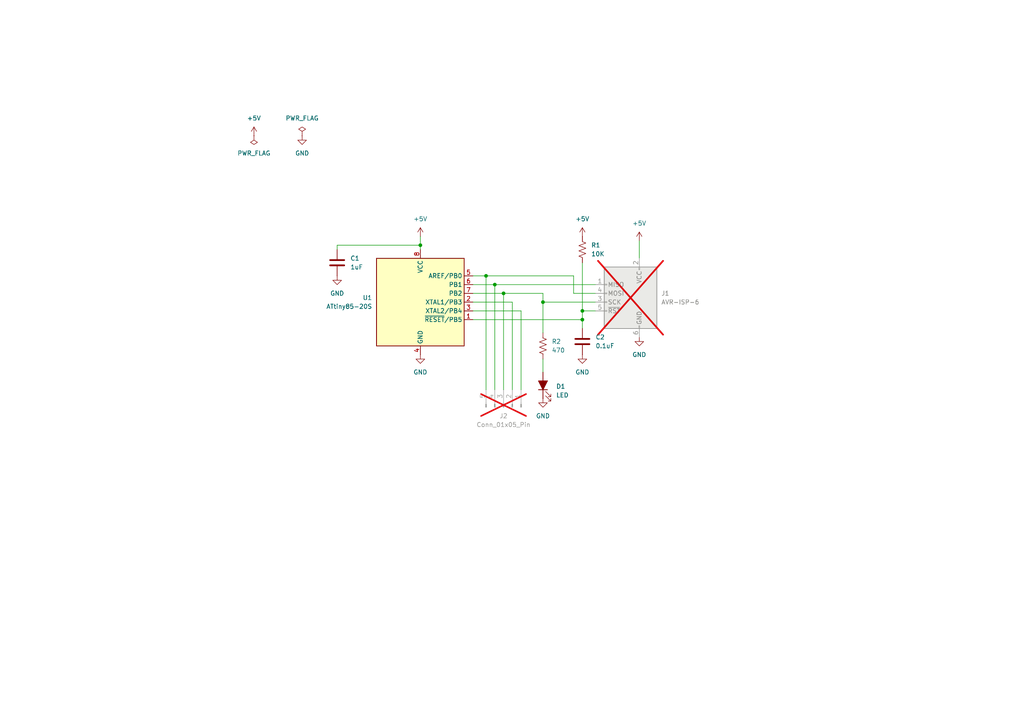
<source format=kicad_sch>
(kicad_sch (version 20231120) (generator "eeschema") (generator_version "8.0")
  (paper "A4")
  (lib_symbols
    (symbol "Connector:AVR-ISP-6" (pin_names (offset 1.016))
      (property "Reference" "J" (at -6.35 11.43 0))
      (property "Value" "AVR-ISP-6" (at 0 11.43 0))
      (symbol "AVR-ISP-6_0_1"
        (rectangle (start -2.667 -6.858) (end -2.413 -7.62))
        (rectangle (start -2.667 10.16) (end -2.413 9.398))
        (rectangle (start 7.62 -2.413) (end 6.858 -2.667))
        (rectangle (start 7.62 0.127) (end 6.858 -0.127))
        (rectangle (start 7.62 2.667) (end 6.858 2.413))
        (rectangle (start 7.62 5.207) (end 6.858 4.953))
        (rectangle (start 7.62 10.16) (end -7.62 -7.62) (stroke (width 0.254)) (fill (type background)))
      )
      (symbol "AVR-ISP-6_1_1"
        (pin passive line (at 10.16 5.08 180) (length 2.54) (name "MISO") (number "1"))
        (pin passive line (at -2.54 12.7 270) (length 2.54) (name "VCC") (number "2"))
        (pin passive line (at 10.16 0 180) (length 2.54) (name "SCK") (number "3"))
        (pin passive line (at 10.16 2.54 180) (length 2.54) (name "MOSI") (number "4"))
        (pin passive line (at 10.16 -2.54 180) (length 2.54) (name "~{RST}") (number "5"))
        (pin passive line (at -2.54 -10.16 90) (length 2.54) (name "GND") (number "6"))
      )
    )
    (symbol "Connector:Conn_01x05_Pin" (pin_names (offset 1.016) hide)
      (property "Reference" "J" (at 0 7.62 0))
      (property "Value" "Conn_01x05_Pin" (at 0 -7.62 0))
      (symbol "Conn_01x05_Pin_1_1"
        (polyline (pts (xy 1.27 -5.08) (xy 0.8636 -5.08)) (stroke (width 0.1524)))
        (polyline (pts (xy 1.27 -2.54) (xy 0.8636 -2.54)) (stroke (width 0.1524)))
        (polyline (pts (xy 1.27 0) (xy 0.8636 0)) (stroke (width 0.1524)))
        (polyline (pts (xy 1.27 2.54) (xy 0.8636 2.54)) (stroke (width 0.1524)))
        (polyline (pts (xy 1.27 5.08) (xy 0.8636 5.08)) (stroke (width 0.1524)))
        (rectangle (start 0.8636 -4.953) (end 0 -5.207) (stroke (width 0.1524)) (fill (type outline)))
        (rectangle (start 0.8636 -2.413) (end 0 -2.667) (stroke (width 0.1524)) (fill (type outline)))
        (rectangle (start 0.8636 0.127) (end 0 -0.127) (stroke (width 0.1524)) (fill (type outline)))
        (rectangle (start 0.8636 2.667) (end 0 2.413) (stroke (width 0.1524)) (fill (type outline)))
        (rectangle (start 0.8636 5.207) (end 0 4.953) (stroke (width 0.1524)) (fill (type outline)))
        (pin passive line (at 5.08 5.08 180) (length 3.81) (name "Pin_1") (number "1"))
        (pin passive line (at 5.08 2.54 180) (length 3.81) (name "Pin_2") (number "2"))
        (pin passive line (at 5.08 0 180) (length 3.81) (name "Pin_3") (number "3"))
        (pin passive line (at 5.08 -2.54 180) (length 3.81) (name "Pin_4") (number "4"))
        (pin passive line (at 5.08 -5.08 180) (length 3.81) (name "Pin_5") (number "5"))
      )
    )
    (symbol "Device:C" (pin_numbers hide) (pin_names (offset 0.254))
      (property "Reference" "C" (at 0.635 2.54 0))
      (property "Value" "C" (at 0.635 -2.54 0))
      (symbol "C_0_1"
        (polyline (pts (xy -2.032 -0.762) (xy 2.032 -0.762)) (stroke (width 0.508)))
        (polyline (pts (xy -2.032 0.762) (xy 2.032 0.762)) (stroke (width 0.508)))
      )
      (symbol "C_1_1"
        (pin passive line (at 0 3.81 270) (length 2.794) (name "~") (number "1"))
        (pin passive line (at 0 -3.81 90) (length 2.794) (name "~") (number "2"))
      )
    )
    (symbol "Device:LED_Filled" (pin_numbers hide) (pin_names (offset 1.016) hide)
      (property "Reference" "D" (at 0 2.54 0))
      (property "Value" "LED_Filled" (at 0 -2.54 0))
      (symbol "LED_Filled_0_1"
        (polyline (pts (xy -1.27 -1.27) (xy -1.27 1.27)) (stroke (width 0.254)))
        (polyline (pts (xy -1.27 0) (xy 1.27 0)))
        (polyline (pts (xy 1.27 -1.27) (xy 1.27 1.27) (xy -1.27 0) (xy 1.27 -1.27)) (stroke (width 0.254)) (fill (type outline)))
        (polyline (pts (xy -3.048 -0.762) (xy -4.572 -2.286) (xy -3.81 -2.286) (xy -4.572 -2.286) (xy -4.572 -1.524)))
        (polyline (pts (xy -1.778 -0.762) (xy -3.302 -2.286) (xy -2.54 -2.286) (xy -3.302 -2.286) (xy -3.302 -1.524)))
      )
      (symbol "LED_Filled_1_1"
        (pin passive line (at -3.81 0 0) (length 2.54) (name "K") (number "1"))
        (pin passive line (at 3.81 0 180) (length 2.54) (name "A") (number "2"))
      )
    )
    (symbol "Device:R_US" (pin_numbers hide) (pin_names (offset 0))
      (property "Reference" "R" (at 2.54 0 90))
      (property "Value" "R_US" (at -2.54 0 90))
      (symbol "R_US_0_1"
        (polyline (pts (xy 0 -2.286) (xy 0 -2.54)))
        (polyline (pts (xy 0 2.286) (xy 0 2.54)))
        (polyline (pts (xy 0 -0.762) (xy 1.016 -1.143) (xy 0 -1.524) (xy -1.016 -1.905) (xy 0 -2.286)))
        (polyline (pts (xy 0 0.762) (xy 1.016 0.381) (xy 0 0) (xy -1.016 -0.381) (xy 0 -0.762)))
        (polyline (pts (xy 0 2.286) (xy 1.016 1.905) (xy 0 1.524) (xy -1.016 1.143) (xy 0 0.762)))
      )
      (symbol "R_US_1_1"
        (pin passive line (at 0 3.81 270) (length 1.27) (name "~") (number "1"))
        (pin passive line (at 0 -3.81 90) (length 1.27) (name "~") (number "2"))
      )
    )
    (symbol "MCU_Microchip_ATtiny:ATtiny85-20S"
      (property "Reference" "U" (at -12.7 13.97 0))
      (property "Value" "ATtiny85-20S" (at 2.54 -13.97 0))
      (symbol "ATtiny85-20S_0_1"
        (rectangle (start -12.7 -12.7) (end 12.7 12.7) (stroke (width 0.254)) (fill (type background)))
      )
      (symbol "ATtiny85-20S_1_1"
        (pin bidirectional line (at 15.24 -5.08 180) (length 2.54) (name "~{RESET}/PB5") (number "1"))
        (pin bidirectional line (at 15.24 0 180) (length 2.54) (name "XTAL1/PB3") (number "2"))
        (pin bidirectional line (at 15.24 -2.54 180) (length 2.54) (name "XTAL2/PB4") (number "3"))
        (pin power_in line (at 0 -15.24 90) (length 2.54) (name "GND") (number "4"))
        (pin bidirectional line (at 15.24 7.62 180) (length 2.54) (name "AREF/PB0") (number "5"))
        (pin bidirectional line (at 15.24 5.08 180) (length 2.54) (name "PB1") (number "6"))
        (pin bidirectional line (at 15.24 2.54 180) (length 2.54) (name "PB2") (number "7"))
        (pin power_in line (at 0 15.24 270) (length 2.54) (name "VCC") (number "8"))
      )
    )
    (symbol "power:+5V" (power) (pin_numbers hide) (pin_names (offset 0) hide)
      (property "Value" "+5V" (at 0 3.556 0))
      (symbol "+5V_0_1"
        (polyline (pts (xy -0.762 1.27) (xy 0 2.54)))
        (polyline (pts (xy 0 0) (xy 0 2.54)))
        (polyline (pts (xy 0 2.54) (xy 0.762 1.27)))
      )
      (symbol "+5V_1_1"
        (pin power_in line (at 0 0 90) (length 0) (name "~") (number "1"))
      )
    )
    (symbol "power:GND" (power) (pin_numbers hide) (pin_names (offset 0) hide)
      (property "Value" "GND" (at 0 -3.81 0))
      (symbol "GND_0_1"
        (polyline (pts (xy 0 0) (xy 0 -1.27) (xy 1.27 -1.27) (xy 0 -2.54) (xy -1.27 -1.27) (xy 0 -1.27)))
      )
      (symbol "GND_1_1"
        (pin power_in line (at 0 0 270) (length 0) (name "~") (number "1"))
      )
    )
    (symbol "power:PWR_FLAG" (power) (pin_numbers hide) (pin_names (offset 0) hide)
      (property "Value" "PWR_FLAG" (at 0 3.81 0))
      (symbol "PWR_FLAG_0_0"
        (pin power_out line (at 0 0 90) (length 0) (name "~") (number "1"))
      )
      (symbol "PWR_FLAG_0_1"
        (polyline (pts (xy 0 0) (xy 0 1.27) (xy -1.016 1.905) (xy 0 2.54) (xy 1.016 1.905) (xy 0 1.27)))
      )
    )
  )
  (junction (at 168.91 90.17))
  (junction (at 157.48 87.63))
  (junction (at 140.97 80.01))
  (junction (at 146.05 85.09))
  (junction (at 143.51 82.55))
  (junction (at 121.92 71.12))
  (junction (at 168.91 92.71))
  (wire (pts (xy 166.37 80.01) (xy 166.37 85.09)))
  (wire (pts (xy 157.48 87.63) (xy 172.72 87.63)))
  (wire (pts (xy 137.16 85.09) (xy 146.05 85.09)))
  (wire (pts (xy 121.92 71.12) (xy 121.92 72.39)))
  (wire (pts (xy 148.59 113.03) (xy 148.59 87.63)))
  (wire (pts (xy 146.05 85.09) (xy 157.48 85.09)))
  (wire (pts (xy 168.91 90.17) (xy 172.72 90.17)))
  (wire (pts (xy 137.16 82.55) (xy 143.51 82.55)))
  (wire (pts (xy 157.48 87.63) (xy 157.48 96.52)))
  (wire (pts (xy 146.05 85.09) (xy 146.05 113.03)))
  (wire (pts (xy 97.79 72.39) (xy 97.79 71.12)))
  (wire (pts (xy 157.48 104.14) (xy 157.48 107.95)))
  (wire (pts (xy 143.51 82.55) (xy 143.51 113.03)))
  (wire (pts (xy 140.97 80.01) (xy 140.97 113.03)))
  (wire (pts (xy 137.16 80.01) (xy 140.97 80.01)))
  (wire (pts (xy 97.79 71.12) (xy 121.92 71.12)))
  (wire (pts (xy 168.91 92.71) (xy 168.91 90.17)))
  (wire (pts (xy 166.37 85.09) (xy 172.72 85.09)))
  (wire (pts (xy 151.13 113.03) (xy 151.13 90.17)))
  (wire (pts (xy 157.48 85.09) (xy 157.48 87.63)))
  (wire (pts (xy 168.91 76.2) (xy 168.91 90.17)))
  (wire (pts (xy 148.59 87.63) (xy 137.16 87.63)))
  (wire (pts (xy 143.51 82.55) (xy 172.72 82.55)))
  (wire (pts (xy 121.92 68.58) (xy 121.92 71.12)))
  (wire (pts (xy 151.13 90.17) (xy 137.16 90.17)))
  (wire (pts (xy 140.97 80.01) (xy 166.37 80.01)))
  (wire (pts (xy 137.16 92.71) (xy 168.91 92.71)))
  (wire (pts (xy 168.91 92.71) (xy 168.91 95.25)))
  (wire (pts (xy 185.42 69.85) (xy 185.42 74.93)))
  (symbol (lib_id "power:PWR_FLAG") (at 87.63 39.37 0) (unit 1)
    (property "Reference" "#FLG1" (effects (hide yes)))
    (property "Value" "PWR_FLAG" (at 87.63 34.29 0))
    (property "Description" "Special symbol for telling ERC where power comes from" (effects (hide yes)))
  )
  (symbol (lib_id "Connector:AVR-ISP-6") (at 182.88 87.63 0) (mirror y) (unit 1) (dnp yes)
    (property "Reference" "J1" (at 191.77 85.0899 0) (effects (justify right)))
    (property "Value" "AVR-ISP-6" (at 191.77 87.6299 0) (effects (justify right)))
    (property "Footprint" "Connector_PinHeader_2.54mm:PinHeader_2x03_P2.54mm_Vertical" (effects (hide yes)))
    (property "Description" "Atmel 6-pin ISP connector" (effects (hide yes)))
  )
  (symbol (lib_id "Device:C") (at 97.79 76.2 0) (unit 1)
    (property "Reference" "C1" (at 101.6 74.9299 0) (effects (justify left)))
    (property "Value" "1uF" (at 101.6 77.4699 0) (effects (justify left)))
    (property "Footprint" "Capacitor_SMD:C_0805_2012Metric_Pad1.18x1.45mm_HandSolder" (effects (hide yes)))
    (property "Description" "Unpolarized capacitor" (effects (hide yes)))
  )
  (symbol (lib_id "power:+5V") (at 185.42 69.85 0) (unit 1)
    (property "Reference" "#PWR5" (effects (hide yes)))
    (property "Value" "+5V" (at 185.42 64.77 0))
    (property "Description" "Power symbol creates a global label with name \"+5V\"" (effects (hide yes)))
  )
  (symbol (lib_id "power:+5V") (at 121.92 68.58 0) (unit 1)
    (property "Reference" "#PWR3" (effects (hide yes)))
    (property "Value" "+5V" (at 121.92 63.5 0))
    (property "Description" "Power symbol creates a global label with name \"+5V\"" (effects (hide yes)))
  )
  (symbol (lib_id "MCU_Microchip_ATtiny:ATtiny85-20S") (at 121.92 87.63 0) (unit 1)
    (property "Reference" "U1" (at 107.95 86.3599 0) (effects (justify right)))
    (property "Value" "ATtiny85-20S" (at 107.95 88.8999 0) (effects (justify right)))
    (property "Footprint" "Package_SO:SOIC-8W_5.3x5.3mm_P1.27mm" (effects (hide yes)))
    (property "Datasheet" "http://ww1.microchip.com/downloads/en/DeviceDoc/atmel-2586-avr-8-bit-microcontroller-attiny25-attiny45-attiny85_datasheet.pdf" (effects (hide yes)))
    (property "Description" "20MHz, 8kB Flash, 512B SRAM, 512B EEPROM, debugWIRE, SOIC-8W" (effects (hide yes)))
  )
  (symbol (lib_id "power:+5V") (at 168.91 68.58 0) (unit 1)
    (property "Reference" "#PWR8" (effects (hide yes)))
    (property "Value" "+5V" (at 168.91 63.5 0))
    (property "Description" "Power symbol creates a global label with name \"+5V\"" (effects (hide yes)))
  )
  (symbol (lib_id "power:GND") (at 97.79 80.01 0) (unit 1)
    (property "Reference" "#PWR4" (effects (hide yes)))
    (property "Value" "GND" (at 97.79 85.09 0))
    (property "Description" "Power symbol creates a global label with name \"GND\" , ground" (effects (hide yes)))
  )
  (symbol (lib_id "power:GND") (at 185.42 97.79 0) (unit 1)
    (property "Reference" "#PWR7" (effects (hide yes)))
    (property "Value" "GND" (at 185.42 102.87 0))
    (property "Description" "Power symbol creates a global label with name \"GND\" , ground" (effects (hide yes)))
  )
  (symbol (lib_id "power:GND") (at 87.63 39.37 0) (unit 1)
    (property "Reference" "#PWR2" (effects (hide yes)))
    (property "Value" "GND" (at 87.63 44.45 0))
    (property "Description" "Power symbol creates a global label with name \"GND\" , ground" (effects (hide yes)))
  )
  (symbol (lib_id "power:GND") (at 168.91 102.87 0) (unit 1)
    (property "Reference" "#PWR9" (effects (hide yes)))
    (property "Value" "GND" (at 168.91 107.95 0))
    (property "Description" "Power symbol creates a global label with name \"GND\" , ground" (effects (hide yes)))
  )
  (symbol (lib_id "Device:C") (at 168.91 99.06 0) (unit 1)
    (property "Reference" "C2" (at 172.72 97.7899 0) (effects (justify left)))
    (property "Value" "0.1uF" (at 172.72 100.3299 0) (effects (justify left)))
    (property "Footprint" "Capacitor_SMD:C_0805_2012Metric_Pad1.18x1.45mm_HandSolder" (effects (hide yes)))
    (property "Description" "Unpolarized capacitor" (effects (hide yes)))
  )
  (symbol (lib_id "Device:LED_Filled") (at 157.48 111.76 90) (unit 1)
    (property "Reference" "D1" (at 161.29 112.0774 90) (effects (justify right)))
    (property "Value" "LED" (at 161.29 114.6174 90) (effects (justify right)))
    (property "Footprint" "LED_SMD:LED_0805_2012Metric" (effects (hide yes)))
    (property "Description" "Light emitting diode, filled shape" (effects (hide yes)))
  )
  (symbol (lib_id "power:PWR_FLAG") (at 73.66 39.37 0) (mirror x) (unit 1)
    (property "Reference" "#FLG2" (effects (hide yes)))
    (property "Value" "PWR_FLAG" (at 73.66 44.45 0))
    (property "Description" "Special symbol for telling ERC where power comes from" (effects (hide yes)))
  )
  (symbol (lib_id "power:+5V") (at 73.66 39.37 0) (unit 1)
    (property "Reference" "#PWR1" (effects (hide yes)))
    (property "Value" "+5V" (at 73.66 34.29 0))
    (property "Description" "Power symbol creates a global label with name \"+5V\"" (effects (hide yes)))
  )
  (symbol (lib_id "Connector:Conn_01x05_Pin") (at 146.05 118.11 270) (mirror x) (unit 1) (dnp yes)
    (property "Reference" "J2" (at 146.05 120.65 90))
    (property "Value" "Conn_01x05_Pin" (at 146.05 123.19 90))
    (property "Footprint" "Connector_PinHeader_2.00mm:PinHeader_1x05_P2.00mm_Vertical" (effects (hide yes)))
    (property "Description" "Generic connector, single row, 01x05, script generated" (effects (hide yes)))
  )
  (symbol (lib_id "Device:R_US") (at 168.91 72.39 0) (unit 1)
    (property "Reference" "R1" (at 171.45 71.1199 0) (effects (justify left)))
    (property "Value" "10K" (at 171.45 73.6599 0) (effects (justify left)))
    (property "Footprint" "Resistor_SMD:R_0805_2012Metric_Pad1.20x1.40mm_HandSolder" (effects (hide yes)))
    (property "Description" "Resistor, US symbol" (effects (hide yes)))
  )
  (symbol (lib_id "Device:R_US") (at 157.48 100.33 0) (unit 1)
    (property "Reference" "R2" (at 160.02 99.0599 0) (effects (justify left)))
    (property "Value" "470" (at 160.02 101.5999 0) (effects (justify left)))
    (property "Footprint" "Resistor_SMD:R_0805_2012Metric_Pad1.20x1.40mm_HandSolder" (effects (hide yes)))
    (property "Description" "Resistor, US symbol" (effects (hide yes)))
  )
  (symbol (lib_id "power:GND") (at 121.92 102.87 0) (unit 1)
    (property "Reference" "#PWR6" (effects (hide yes)))
    (property "Value" "GND" (at 121.92 107.95 0))
    (property "Description" "Power symbol creates a global label with name \"GND\" , ground" (effects (hide yes)))
  )
  (symbol (lib_id "power:GND") (at 157.48 115.57 0) (unit 1)
    (property "Reference" "#PWR10" (effects (hide yes)))
    (property "Value" "GND" (at 157.48 120.65 0))
    (property "Description" "Power symbol creates a global label with name \"GND\" , ground" (effects (hide yes)))
  )
)
</source>
